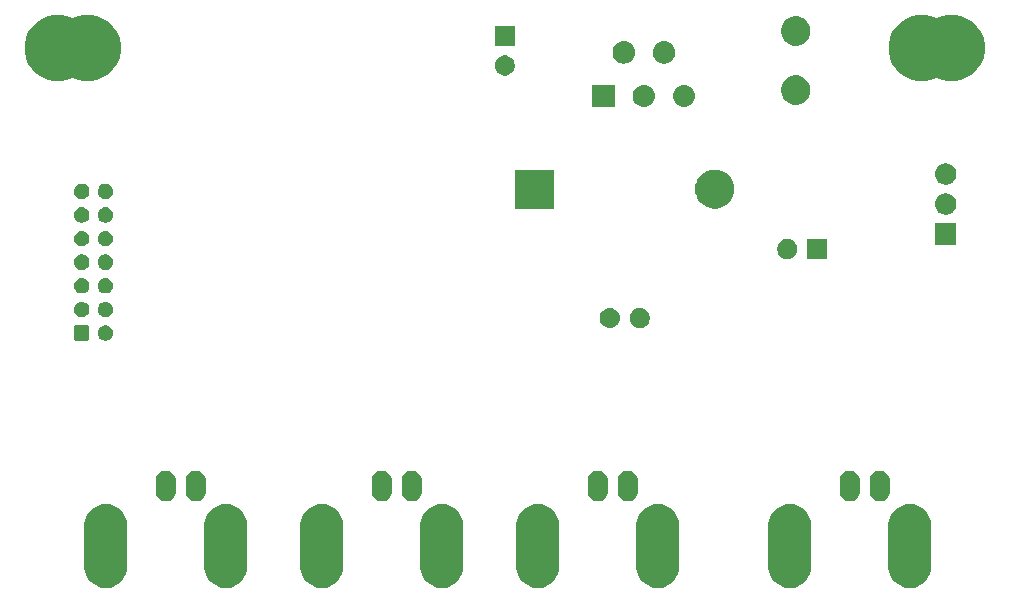
<source format=gbr>
G04 #@! TF.GenerationSoftware,KiCad,Pcbnew,5.0.2-bee76a0~70~ubuntu18.04.1*
G04 #@! TF.CreationDate,2019-03-10T17:41:35+00:00*
G04 #@! TF.ProjectId,Lcr_addon,4c63725f-6164-4646-9f6e-2e6b69636164,rev?*
G04 #@! TF.SameCoordinates,Original*
G04 #@! TF.FileFunction,Soldermask,Bot*
G04 #@! TF.FilePolarity,Negative*
%FSLAX46Y46*%
G04 Gerber Fmt 4.6, Leading zero omitted, Abs format (unit mm)*
G04 Created by KiCad (PCBNEW 5.0.2-bee76a0~70~ubuntu18.04.1) date Sun 10 Mar 2019 17:41:35 GMT*
%MOMM*%
%LPD*%
G01*
G04 APERTURE LIST*
%ADD10C,0.100000*%
G04 APERTURE END LIST*
D10*
G36*
X103477058Y-95027059D02*
X103703385Y-95095714D01*
X103816549Y-95130042D01*
X104129425Y-95297279D01*
X104403661Y-95522339D01*
X104628721Y-95796575D01*
X104795958Y-96109451D01*
X104795958Y-96109452D01*
X104898941Y-96448942D01*
X104925000Y-96713525D01*
X104925000Y-100390475D01*
X104898941Y-100655058D01*
X104830286Y-100881385D01*
X104795958Y-100994549D01*
X104628721Y-101307425D01*
X104403661Y-101581661D01*
X104129425Y-101806721D01*
X103816548Y-101973958D01*
X103703384Y-102008286D01*
X103477057Y-102076941D01*
X103124000Y-102111714D01*
X102770942Y-102076941D01*
X102544615Y-102008286D01*
X102431451Y-101973958D01*
X102118575Y-101806721D01*
X101844339Y-101581661D01*
X101619279Y-101307425D01*
X101452042Y-100994548D01*
X101417714Y-100881384D01*
X101349059Y-100655057D01*
X101323000Y-100390474D01*
X101323001Y-96713525D01*
X101349060Y-96448942D01*
X101452043Y-96109452D01*
X101452043Y-96109451D01*
X101619280Y-95796575D01*
X101844340Y-95522339D01*
X102118576Y-95297279D01*
X102431452Y-95130042D01*
X102544616Y-95095714D01*
X102770943Y-95027059D01*
X103124000Y-94992286D01*
X103477058Y-95027059D01*
X103477058Y-95027059D01*
G37*
G36*
X55725058Y-95027059D02*
X55951385Y-95095714D01*
X56064549Y-95130042D01*
X56377425Y-95297279D01*
X56651661Y-95522339D01*
X56876721Y-95796575D01*
X57043958Y-96109451D01*
X57043958Y-96109452D01*
X57146941Y-96448942D01*
X57173000Y-96713525D01*
X57173000Y-100390475D01*
X57146941Y-100655058D01*
X57078286Y-100881385D01*
X57043958Y-100994549D01*
X56876721Y-101307425D01*
X56651661Y-101581661D01*
X56377425Y-101806721D01*
X56064548Y-101973958D01*
X55951384Y-102008286D01*
X55725057Y-102076941D01*
X55372000Y-102111714D01*
X55018942Y-102076941D01*
X54792615Y-102008286D01*
X54679451Y-101973958D01*
X54366575Y-101806721D01*
X54092339Y-101581661D01*
X53867279Y-101307425D01*
X53700042Y-100994548D01*
X53665714Y-100881384D01*
X53597059Y-100655057D01*
X53571000Y-100390474D01*
X53571001Y-96713525D01*
X53597060Y-96448942D01*
X53700043Y-96109452D01*
X53700043Y-96109451D01*
X53867280Y-95796575D01*
X54092340Y-95522339D01*
X54366576Y-95297279D01*
X54679452Y-95130042D01*
X54792616Y-95095714D01*
X55018943Y-95027059D01*
X55372000Y-94992286D01*
X55725058Y-95027059D01*
X55725058Y-95027059D01*
G37*
G36*
X45565058Y-95027059D02*
X45791385Y-95095714D01*
X45904549Y-95130042D01*
X46217425Y-95297279D01*
X46491661Y-95522339D01*
X46716721Y-95796575D01*
X46883958Y-96109451D01*
X46883958Y-96109452D01*
X46986941Y-96448942D01*
X47013000Y-96713525D01*
X47013000Y-100390475D01*
X46986941Y-100655058D01*
X46918286Y-100881385D01*
X46883958Y-100994549D01*
X46716721Y-101307425D01*
X46491661Y-101581661D01*
X46217425Y-101806721D01*
X45904548Y-101973958D01*
X45791384Y-102008286D01*
X45565057Y-102076941D01*
X45212000Y-102111714D01*
X44858942Y-102076941D01*
X44632615Y-102008286D01*
X44519451Y-101973958D01*
X44206575Y-101806721D01*
X43932339Y-101581661D01*
X43707279Y-101307425D01*
X43540042Y-100994548D01*
X43505714Y-100881384D01*
X43437059Y-100655057D01*
X43411000Y-100390474D01*
X43411001Y-96713525D01*
X43437060Y-96448942D01*
X43540043Y-96109452D01*
X43540043Y-96109451D01*
X43707280Y-95796575D01*
X43932340Y-95522339D01*
X44206576Y-95297279D01*
X44519452Y-95130042D01*
X44632616Y-95095714D01*
X44858943Y-95027059D01*
X45212000Y-94992286D01*
X45565058Y-95027059D01*
X45565058Y-95027059D01*
G37*
G36*
X82141058Y-95027059D02*
X82367385Y-95095714D01*
X82480549Y-95130042D01*
X82793425Y-95297279D01*
X83067661Y-95522339D01*
X83292721Y-95796575D01*
X83459958Y-96109451D01*
X83459958Y-96109452D01*
X83562941Y-96448942D01*
X83589000Y-96713525D01*
X83589000Y-100390475D01*
X83562941Y-100655058D01*
X83494286Y-100881385D01*
X83459958Y-100994549D01*
X83292721Y-101307425D01*
X83067661Y-101581661D01*
X82793425Y-101806721D01*
X82480548Y-101973958D01*
X82367384Y-102008286D01*
X82141057Y-102076941D01*
X81788000Y-102111714D01*
X81434942Y-102076941D01*
X81208615Y-102008286D01*
X81095451Y-101973958D01*
X80782575Y-101806721D01*
X80508339Y-101581661D01*
X80283279Y-101307425D01*
X80116042Y-100994548D01*
X80081714Y-100881384D01*
X80013059Y-100655057D01*
X79987000Y-100390474D01*
X79987001Y-96713525D01*
X80013060Y-96448942D01*
X80116043Y-96109452D01*
X80116043Y-96109451D01*
X80283280Y-95796575D01*
X80508340Y-95522339D01*
X80782576Y-95297279D01*
X81095452Y-95130042D01*
X81208616Y-95095714D01*
X81434943Y-95027059D01*
X81788000Y-94992286D01*
X82141058Y-95027059D01*
X82141058Y-95027059D01*
G37*
G36*
X92301058Y-95027059D02*
X92527385Y-95095714D01*
X92640549Y-95130042D01*
X92953425Y-95297279D01*
X93227661Y-95522339D01*
X93452721Y-95796575D01*
X93619958Y-96109451D01*
X93619958Y-96109452D01*
X93722941Y-96448942D01*
X93749000Y-96713525D01*
X93749000Y-100390475D01*
X93722941Y-100655058D01*
X93654286Y-100881385D01*
X93619958Y-100994549D01*
X93452721Y-101307425D01*
X93227661Y-101581661D01*
X92953425Y-101806721D01*
X92640548Y-101973958D01*
X92527384Y-102008286D01*
X92301057Y-102076941D01*
X91948000Y-102111714D01*
X91594942Y-102076941D01*
X91368615Y-102008286D01*
X91255451Y-101973958D01*
X90942575Y-101806721D01*
X90668339Y-101581661D01*
X90443279Y-101307425D01*
X90276042Y-100994548D01*
X90241714Y-100881384D01*
X90173059Y-100655057D01*
X90147000Y-100390474D01*
X90147001Y-96713525D01*
X90173060Y-96448942D01*
X90276043Y-96109452D01*
X90276043Y-96109451D01*
X90443280Y-95796575D01*
X90668340Y-95522339D01*
X90942576Y-95297279D01*
X91255452Y-95130042D01*
X91368616Y-95095714D01*
X91594943Y-95027059D01*
X91948000Y-94992286D01*
X92301058Y-95027059D01*
X92301058Y-95027059D01*
G37*
G36*
X63853058Y-95027059D02*
X64079385Y-95095714D01*
X64192549Y-95130042D01*
X64505425Y-95297279D01*
X64779661Y-95522339D01*
X65004721Y-95796575D01*
X65171958Y-96109451D01*
X65171958Y-96109452D01*
X65274941Y-96448942D01*
X65301000Y-96713525D01*
X65301000Y-100390475D01*
X65274941Y-100655058D01*
X65206286Y-100881385D01*
X65171958Y-100994549D01*
X65004721Y-101307425D01*
X64779661Y-101581661D01*
X64505425Y-101806721D01*
X64192548Y-101973958D01*
X64079384Y-102008286D01*
X63853057Y-102076941D01*
X63500000Y-102111714D01*
X63146942Y-102076941D01*
X62920615Y-102008286D01*
X62807451Y-101973958D01*
X62494575Y-101806721D01*
X62220339Y-101581661D01*
X61995279Y-101307425D01*
X61828042Y-100994548D01*
X61793714Y-100881384D01*
X61725059Y-100655057D01*
X61699000Y-100390474D01*
X61699001Y-96713525D01*
X61725060Y-96448942D01*
X61828043Y-96109452D01*
X61828043Y-96109451D01*
X61995280Y-95796575D01*
X62220340Y-95522339D01*
X62494576Y-95297279D01*
X62807452Y-95130042D01*
X62920616Y-95095714D01*
X63146943Y-95027059D01*
X63500000Y-94992286D01*
X63853058Y-95027059D01*
X63853058Y-95027059D01*
G37*
G36*
X113637058Y-95027059D02*
X113863385Y-95095714D01*
X113976549Y-95130042D01*
X114289425Y-95297279D01*
X114563661Y-95522339D01*
X114788721Y-95796575D01*
X114955958Y-96109451D01*
X114955958Y-96109452D01*
X115058941Y-96448942D01*
X115085000Y-96713525D01*
X115085000Y-100390475D01*
X115058941Y-100655058D01*
X114990286Y-100881385D01*
X114955958Y-100994549D01*
X114788721Y-101307425D01*
X114563661Y-101581661D01*
X114289425Y-101806721D01*
X113976548Y-101973958D01*
X113863384Y-102008286D01*
X113637057Y-102076941D01*
X113284000Y-102111714D01*
X112930942Y-102076941D01*
X112704615Y-102008286D01*
X112591451Y-101973958D01*
X112278575Y-101806721D01*
X112004339Y-101581661D01*
X111779279Y-101307425D01*
X111612042Y-100994548D01*
X111577714Y-100881384D01*
X111509059Y-100655057D01*
X111483000Y-100390474D01*
X111483001Y-96713525D01*
X111509060Y-96448942D01*
X111612043Y-96109452D01*
X111612043Y-96109451D01*
X111779280Y-95796575D01*
X112004340Y-95522339D01*
X112278576Y-95297279D01*
X112591452Y-95130042D01*
X112704616Y-95095714D01*
X112930943Y-95027059D01*
X113284000Y-94992286D01*
X113637058Y-95027059D01*
X113637058Y-95027059D01*
G37*
G36*
X74013058Y-95027059D02*
X74239385Y-95095714D01*
X74352549Y-95130042D01*
X74665425Y-95297279D01*
X74939661Y-95522339D01*
X75164721Y-95796575D01*
X75331958Y-96109451D01*
X75331958Y-96109452D01*
X75434941Y-96448942D01*
X75461000Y-96713525D01*
X75461000Y-100390475D01*
X75434941Y-100655058D01*
X75366286Y-100881385D01*
X75331958Y-100994549D01*
X75164721Y-101307425D01*
X74939661Y-101581661D01*
X74665425Y-101806721D01*
X74352548Y-101973958D01*
X74239384Y-102008286D01*
X74013057Y-102076941D01*
X73660000Y-102111714D01*
X73306942Y-102076941D01*
X73080615Y-102008286D01*
X72967451Y-101973958D01*
X72654575Y-101806721D01*
X72380339Y-101581661D01*
X72155279Y-101307425D01*
X71988042Y-100994548D01*
X71953714Y-100881384D01*
X71885059Y-100655057D01*
X71859000Y-100390474D01*
X71859001Y-96713525D01*
X71885060Y-96448942D01*
X71988043Y-96109452D01*
X71988043Y-96109451D01*
X72155280Y-95796575D01*
X72380340Y-95522339D01*
X72654576Y-95297279D01*
X72967452Y-95130042D01*
X73080616Y-95095714D01*
X73306943Y-95027059D01*
X73660000Y-94992286D01*
X74013058Y-95027059D01*
X74013058Y-95027059D01*
G37*
G36*
X71286821Y-92183313D02*
X71286824Y-92183314D01*
X71286825Y-92183314D01*
X71447239Y-92231975D01*
X71447241Y-92231976D01*
X71447244Y-92231977D01*
X71595078Y-92310995D01*
X71724659Y-92417341D01*
X71831005Y-92546922D01*
X71910023Y-92694756D01*
X71958687Y-92855179D01*
X71971000Y-92980197D01*
X71971000Y-93963804D01*
X71958687Y-94088821D01*
X71910023Y-94249244D01*
X71831005Y-94397078D01*
X71724659Y-94526659D01*
X71595078Y-94633005D01*
X71447243Y-94712023D01*
X71447240Y-94712024D01*
X71447238Y-94712025D01*
X71286824Y-94760686D01*
X71286823Y-94760686D01*
X71286820Y-94760687D01*
X71120000Y-94777117D01*
X70953179Y-94760687D01*
X70953176Y-94760686D01*
X70953175Y-94760686D01*
X70792761Y-94712025D01*
X70792759Y-94712024D01*
X70792756Y-94712023D01*
X70644922Y-94633005D01*
X70515341Y-94526659D01*
X70408995Y-94397078D01*
X70329977Y-94249243D01*
X70281315Y-94088825D01*
X70281314Y-94088824D01*
X70281314Y-94088823D01*
X70281313Y-94088820D01*
X70269000Y-93963803D01*
X70269000Y-92980197D01*
X70281314Y-92855179D01*
X70329978Y-92694756D01*
X70408996Y-92546922D01*
X70515342Y-92417341D01*
X70644923Y-92310995D01*
X70792757Y-92231977D01*
X70792760Y-92231976D01*
X70792762Y-92231975D01*
X70953176Y-92183314D01*
X70953177Y-92183314D01*
X70953180Y-92183313D01*
X71120000Y-92166883D01*
X71286821Y-92183313D01*
X71286821Y-92183313D01*
G37*
G36*
X68746821Y-92183313D02*
X68746824Y-92183314D01*
X68746825Y-92183314D01*
X68907239Y-92231975D01*
X68907241Y-92231976D01*
X68907244Y-92231977D01*
X69055078Y-92310995D01*
X69184659Y-92417341D01*
X69291005Y-92546922D01*
X69370023Y-92694756D01*
X69418687Y-92855179D01*
X69431000Y-92980197D01*
X69431000Y-93963804D01*
X69418687Y-94088821D01*
X69370023Y-94249244D01*
X69291005Y-94397078D01*
X69184659Y-94526659D01*
X69055078Y-94633005D01*
X68907243Y-94712023D01*
X68907240Y-94712024D01*
X68907238Y-94712025D01*
X68746824Y-94760686D01*
X68746823Y-94760686D01*
X68746820Y-94760687D01*
X68580000Y-94777117D01*
X68413179Y-94760687D01*
X68413176Y-94760686D01*
X68413175Y-94760686D01*
X68252761Y-94712025D01*
X68252759Y-94712024D01*
X68252756Y-94712023D01*
X68104922Y-94633005D01*
X67975341Y-94526659D01*
X67868995Y-94397078D01*
X67789977Y-94249243D01*
X67741315Y-94088825D01*
X67741314Y-94088824D01*
X67741314Y-94088823D01*
X67741313Y-94088820D01*
X67729000Y-93963803D01*
X67729000Y-92980197D01*
X67741314Y-92855179D01*
X67789978Y-92694756D01*
X67868996Y-92546922D01*
X67975342Y-92417341D01*
X68104923Y-92310995D01*
X68252757Y-92231977D01*
X68252760Y-92231976D01*
X68252762Y-92231975D01*
X68413176Y-92183314D01*
X68413177Y-92183314D01*
X68413180Y-92183313D01*
X68580000Y-92166883D01*
X68746821Y-92183313D01*
X68746821Y-92183313D01*
G37*
G36*
X87034821Y-92183313D02*
X87034824Y-92183314D01*
X87034825Y-92183314D01*
X87195239Y-92231975D01*
X87195241Y-92231976D01*
X87195244Y-92231977D01*
X87343078Y-92310995D01*
X87472659Y-92417341D01*
X87579005Y-92546922D01*
X87658023Y-92694756D01*
X87706687Y-92855179D01*
X87719000Y-92980197D01*
X87719000Y-93963804D01*
X87706687Y-94088821D01*
X87658023Y-94249244D01*
X87579005Y-94397078D01*
X87472659Y-94526659D01*
X87343078Y-94633005D01*
X87195243Y-94712023D01*
X87195240Y-94712024D01*
X87195238Y-94712025D01*
X87034824Y-94760686D01*
X87034823Y-94760686D01*
X87034820Y-94760687D01*
X86868000Y-94777117D01*
X86701179Y-94760687D01*
X86701176Y-94760686D01*
X86701175Y-94760686D01*
X86540761Y-94712025D01*
X86540759Y-94712024D01*
X86540756Y-94712023D01*
X86392922Y-94633005D01*
X86263341Y-94526659D01*
X86156995Y-94397078D01*
X86077977Y-94249243D01*
X86029315Y-94088825D01*
X86029314Y-94088824D01*
X86029314Y-94088823D01*
X86029313Y-94088820D01*
X86017000Y-93963803D01*
X86017000Y-92980197D01*
X86029314Y-92855179D01*
X86077978Y-92694756D01*
X86156996Y-92546922D01*
X86263342Y-92417341D01*
X86392923Y-92310995D01*
X86540757Y-92231977D01*
X86540760Y-92231976D01*
X86540762Y-92231975D01*
X86701176Y-92183314D01*
X86701177Y-92183314D01*
X86701180Y-92183313D01*
X86868000Y-92166883D01*
X87034821Y-92183313D01*
X87034821Y-92183313D01*
G37*
G36*
X89574821Y-92183313D02*
X89574824Y-92183314D01*
X89574825Y-92183314D01*
X89735239Y-92231975D01*
X89735241Y-92231976D01*
X89735244Y-92231977D01*
X89883078Y-92310995D01*
X90012659Y-92417341D01*
X90119005Y-92546922D01*
X90198023Y-92694756D01*
X90246687Y-92855179D01*
X90259000Y-92980197D01*
X90259000Y-93963804D01*
X90246687Y-94088821D01*
X90198023Y-94249244D01*
X90119005Y-94397078D01*
X90012659Y-94526659D01*
X89883078Y-94633005D01*
X89735243Y-94712023D01*
X89735240Y-94712024D01*
X89735238Y-94712025D01*
X89574824Y-94760686D01*
X89574823Y-94760686D01*
X89574820Y-94760687D01*
X89408000Y-94777117D01*
X89241179Y-94760687D01*
X89241176Y-94760686D01*
X89241175Y-94760686D01*
X89080761Y-94712025D01*
X89080759Y-94712024D01*
X89080756Y-94712023D01*
X88932922Y-94633005D01*
X88803341Y-94526659D01*
X88696995Y-94397078D01*
X88617977Y-94249243D01*
X88569315Y-94088825D01*
X88569314Y-94088824D01*
X88569314Y-94088823D01*
X88569313Y-94088820D01*
X88557000Y-93963803D01*
X88557000Y-92980197D01*
X88569314Y-92855179D01*
X88617978Y-92694756D01*
X88696996Y-92546922D01*
X88803342Y-92417341D01*
X88932923Y-92310995D01*
X89080757Y-92231977D01*
X89080760Y-92231976D01*
X89080762Y-92231975D01*
X89241176Y-92183314D01*
X89241177Y-92183314D01*
X89241180Y-92183313D01*
X89408000Y-92166883D01*
X89574821Y-92183313D01*
X89574821Y-92183313D01*
G37*
G36*
X50458821Y-92183313D02*
X50458824Y-92183314D01*
X50458825Y-92183314D01*
X50619239Y-92231975D01*
X50619241Y-92231976D01*
X50619244Y-92231977D01*
X50767078Y-92310995D01*
X50896659Y-92417341D01*
X51003005Y-92546922D01*
X51082023Y-92694756D01*
X51130687Y-92855179D01*
X51143000Y-92980197D01*
X51143000Y-93963804D01*
X51130687Y-94088821D01*
X51082023Y-94249244D01*
X51003005Y-94397078D01*
X50896659Y-94526659D01*
X50767078Y-94633005D01*
X50619243Y-94712023D01*
X50619240Y-94712024D01*
X50619238Y-94712025D01*
X50458824Y-94760686D01*
X50458823Y-94760686D01*
X50458820Y-94760687D01*
X50292000Y-94777117D01*
X50125179Y-94760687D01*
X50125176Y-94760686D01*
X50125175Y-94760686D01*
X49964761Y-94712025D01*
X49964759Y-94712024D01*
X49964756Y-94712023D01*
X49816922Y-94633005D01*
X49687341Y-94526659D01*
X49580995Y-94397078D01*
X49501977Y-94249243D01*
X49453315Y-94088825D01*
X49453314Y-94088824D01*
X49453314Y-94088823D01*
X49453313Y-94088820D01*
X49441000Y-93963803D01*
X49441000Y-92980197D01*
X49453314Y-92855179D01*
X49501978Y-92694756D01*
X49580996Y-92546922D01*
X49687342Y-92417341D01*
X49816923Y-92310995D01*
X49964757Y-92231977D01*
X49964760Y-92231976D01*
X49964762Y-92231975D01*
X50125176Y-92183314D01*
X50125177Y-92183314D01*
X50125180Y-92183313D01*
X50292000Y-92166883D01*
X50458821Y-92183313D01*
X50458821Y-92183313D01*
G37*
G36*
X52998821Y-92183313D02*
X52998824Y-92183314D01*
X52998825Y-92183314D01*
X53159239Y-92231975D01*
X53159241Y-92231976D01*
X53159244Y-92231977D01*
X53307078Y-92310995D01*
X53436659Y-92417341D01*
X53543005Y-92546922D01*
X53622023Y-92694756D01*
X53670687Y-92855179D01*
X53683000Y-92980197D01*
X53683000Y-93963804D01*
X53670687Y-94088821D01*
X53622023Y-94249244D01*
X53543005Y-94397078D01*
X53436659Y-94526659D01*
X53307078Y-94633005D01*
X53159243Y-94712023D01*
X53159240Y-94712024D01*
X53159238Y-94712025D01*
X52998824Y-94760686D01*
X52998823Y-94760686D01*
X52998820Y-94760687D01*
X52832000Y-94777117D01*
X52665179Y-94760687D01*
X52665176Y-94760686D01*
X52665175Y-94760686D01*
X52504761Y-94712025D01*
X52504759Y-94712024D01*
X52504756Y-94712023D01*
X52356922Y-94633005D01*
X52227341Y-94526659D01*
X52120995Y-94397078D01*
X52041977Y-94249243D01*
X51993315Y-94088825D01*
X51993314Y-94088824D01*
X51993314Y-94088823D01*
X51993313Y-94088820D01*
X51981000Y-93963803D01*
X51981000Y-92980197D01*
X51993314Y-92855179D01*
X52041978Y-92694756D01*
X52120996Y-92546922D01*
X52227342Y-92417341D01*
X52356923Y-92310995D01*
X52504757Y-92231977D01*
X52504760Y-92231976D01*
X52504762Y-92231975D01*
X52665176Y-92183314D01*
X52665177Y-92183314D01*
X52665180Y-92183313D01*
X52832000Y-92166883D01*
X52998821Y-92183313D01*
X52998821Y-92183313D01*
G37*
G36*
X108370821Y-92183313D02*
X108370824Y-92183314D01*
X108370825Y-92183314D01*
X108531239Y-92231975D01*
X108531241Y-92231976D01*
X108531244Y-92231977D01*
X108679078Y-92310995D01*
X108808659Y-92417341D01*
X108915005Y-92546922D01*
X108994023Y-92694756D01*
X109042687Y-92855179D01*
X109055000Y-92980197D01*
X109055000Y-93963804D01*
X109042687Y-94088821D01*
X108994023Y-94249244D01*
X108915005Y-94397078D01*
X108808659Y-94526659D01*
X108679078Y-94633005D01*
X108531243Y-94712023D01*
X108531240Y-94712024D01*
X108531238Y-94712025D01*
X108370824Y-94760686D01*
X108370823Y-94760686D01*
X108370820Y-94760687D01*
X108204000Y-94777117D01*
X108037179Y-94760687D01*
X108037176Y-94760686D01*
X108037175Y-94760686D01*
X107876761Y-94712025D01*
X107876759Y-94712024D01*
X107876756Y-94712023D01*
X107728922Y-94633005D01*
X107599341Y-94526659D01*
X107492995Y-94397078D01*
X107413977Y-94249243D01*
X107365315Y-94088825D01*
X107365314Y-94088824D01*
X107365314Y-94088823D01*
X107365313Y-94088820D01*
X107353000Y-93963803D01*
X107353000Y-92980197D01*
X107365314Y-92855179D01*
X107413978Y-92694756D01*
X107492996Y-92546922D01*
X107599342Y-92417341D01*
X107728923Y-92310995D01*
X107876757Y-92231977D01*
X107876760Y-92231976D01*
X107876762Y-92231975D01*
X108037176Y-92183314D01*
X108037177Y-92183314D01*
X108037180Y-92183313D01*
X108204000Y-92166883D01*
X108370821Y-92183313D01*
X108370821Y-92183313D01*
G37*
G36*
X110910821Y-92183313D02*
X110910824Y-92183314D01*
X110910825Y-92183314D01*
X111071239Y-92231975D01*
X111071241Y-92231976D01*
X111071244Y-92231977D01*
X111219078Y-92310995D01*
X111348659Y-92417341D01*
X111455005Y-92546922D01*
X111534023Y-92694756D01*
X111582687Y-92855179D01*
X111595000Y-92980197D01*
X111595000Y-93963804D01*
X111582687Y-94088821D01*
X111534023Y-94249244D01*
X111455005Y-94397078D01*
X111348659Y-94526659D01*
X111219078Y-94633005D01*
X111071243Y-94712023D01*
X111071240Y-94712024D01*
X111071238Y-94712025D01*
X110910824Y-94760686D01*
X110910823Y-94760686D01*
X110910820Y-94760687D01*
X110744000Y-94777117D01*
X110577179Y-94760687D01*
X110577176Y-94760686D01*
X110577175Y-94760686D01*
X110416761Y-94712025D01*
X110416759Y-94712024D01*
X110416756Y-94712023D01*
X110268922Y-94633005D01*
X110139341Y-94526659D01*
X110032995Y-94397078D01*
X109953977Y-94249243D01*
X109905315Y-94088825D01*
X109905314Y-94088824D01*
X109905314Y-94088823D01*
X109905313Y-94088820D01*
X109893000Y-93963803D01*
X109893000Y-92980197D01*
X109905314Y-92855179D01*
X109953978Y-92694756D01*
X110032996Y-92546922D01*
X110139342Y-92417341D01*
X110268923Y-92310995D01*
X110416757Y-92231977D01*
X110416760Y-92231976D01*
X110416762Y-92231975D01*
X110577176Y-92183314D01*
X110577177Y-92183314D01*
X110577180Y-92183313D01*
X110744000Y-92166883D01*
X110910821Y-92183313D01*
X110910821Y-92183313D01*
G37*
G36*
X45369890Y-79892017D02*
X45488361Y-79941089D01*
X45488364Y-79941091D01*
X45579741Y-80002147D01*
X45594992Y-80012338D01*
X45685662Y-80103008D01*
X45685664Y-80103011D01*
X45685665Y-80103012D01*
X45756909Y-80209636D01*
X45756911Y-80209639D01*
X45805983Y-80328110D01*
X45831000Y-80453881D01*
X45831000Y-80582119D01*
X45805983Y-80707890D01*
X45756911Y-80826361D01*
X45756909Y-80826364D01*
X45709210Y-80897751D01*
X45685662Y-80932992D01*
X45594992Y-81023662D01*
X45488361Y-81094911D01*
X45369890Y-81143983D01*
X45244119Y-81169000D01*
X45115881Y-81169000D01*
X44990110Y-81143983D01*
X44871639Y-81094911D01*
X44765008Y-81023662D01*
X44674338Y-80932992D01*
X44650791Y-80897751D01*
X44603091Y-80826364D01*
X44603089Y-80826361D01*
X44554017Y-80707890D01*
X44529000Y-80582119D01*
X44529000Y-80453881D01*
X44554017Y-80328110D01*
X44603089Y-80209639D01*
X44603091Y-80209636D01*
X44674335Y-80103012D01*
X44674336Y-80103011D01*
X44674338Y-80103008D01*
X44765008Y-80012338D01*
X44780260Y-80002147D01*
X44871636Y-79941091D01*
X44871639Y-79941089D01*
X44990110Y-79892017D01*
X45115881Y-79867000D01*
X45244119Y-79867000D01*
X45369890Y-79892017D01*
X45369890Y-79892017D01*
G37*
G36*
X43671242Y-79871404D02*
X43708339Y-79882657D01*
X43742520Y-79900927D01*
X43772482Y-79925518D01*
X43797073Y-79955480D01*
X43815343Y-79989661D01*
X43826596Y-80026758D01*
X43831000Y-80071473D01*
X43831000Y-80964527D01*
X43826596Y-81009242D01*
X43815343Y-81046339D01*
X43797073Y-81080520D01*
X43772482Y-81110482D01*
X43742520Y-81135073D01*
X43708339Y-81153343D01*
X43671242Y-81164596D01*
X43626527Y-81169000D01*
X42733473Y-81169000D01*
X42688758Y-81164596D01*
X42651661Y-81153343D01*
X42617480Y-81135073D01*
X42587518Y-81110482D01*
X42562927Y-81080520D01*
X42544657Y-81046339D01*
X42533404Y-81009242D01*
X42529000Y-80964527D01*
X42529000Y-80071473D01*
X42533404Y-80026758D01*
X42544657Y-79989661D01*
X42562927Y-79955480D01*
X42587518Y-79925518D01*
X42617480Y-79900927D01*
X42651661Y-79882657D01*
X42688758Y-79871404D01*
X42733473Y-79867000D01*
X43626527Y-79867000D01*
X43671242Y-79871404D01*
X43671242Y-79871404D01*
G37*
G36*
X90672228Y-78429703D02*
X90827100Y-78493853D01*
X90966481Y-78586985D01*
X91085015Y-78705519D01*
X91178147Y-78844900D01*
X91242297Y-78999772D01*
X91275000Y-79164184D01*
X91275000Y-79331816D01*
X91242297Y-79496228D01*
X91178147Y-79651100D01*
X91085015Y-79790481D01*
X90966481Y-79909015D01*
X90827100Y-80002147D01*
X90672228Y-80066297D01*
X90507816Y-80099000D01*
X90340184Y-80099000D01*
X90175772Y-80066297D01*
X90020900Y-80002147D01*
X89881519Y-79909015D01*
X89762985Y-79790481D01*
X89669853Y-79651100D01*
X89605703Y-79496228D01*
X89573000Y-79331816D01*
X89573000Y-79164184D01*
X89605703Y-78999772D01*
X89669853Y-78844900D01*
X89762985Y-78705519D01*
X89881519Y-78586985D01*
X90020900Y-78493853D01*
X90175772Y-78429703D01*
X90340184Y-78397000D01*
X90507816Y-78397000D01*
X90672228Y-78429703D01*
X90672228Y-78429703D01*
G37*
G36*
X88050821Y-78409313D02*
X88050824Y-78409314D01*
X88050825Y-78409314D01*
X88211239Y-78457975D01*
X88211241Y-78457976D01*
X88211244Y-78457977D01*
X88359078Y-78536995D01*
X88488659Y-78643341D01*
X88595005Y-78772922D01*
X88674023Y-78920756D01*
X88674024Y-78920759D01*
X88674025Y-78920761D01*
X88722686Y-79081175D01*
X88722687Y-79081179D01*
X88739117Y-79248000D01*
X88722687Y-79414821D01*
X88722686Y-79414824D01*
X88722686Y-79414825D01*
X88697993Y-79496228D01*
X88674023Y-79575244D01*
X88595005Y-79723078D01*
X88488659Y-79852659D01*
X88359078Y-79959005D01*
X88211244Y-80038023D01*
X88211241Y-80038024D01*
X88211239Y-80038025D01*
X88050825Y-80086686D01*
X88050824Y-80086686D01*
X88050821Y-80086687D01*
X87925804Y-80099000D01*
X87842196Y-80099000D01*
X87717179Y-80086687D01*
X87717176Y-80086686D01*
X87717175Y-80086686D01*
X87556761Y-80038025D01*
X87556759Y-80038024D01*
X87556756Y-80038023D01*
X87408922Y-79959005D01*
X87279341Y-79852659D01*
X87172995Y-79723078D01*
X87093977Y-79575244D01*
X87070008Y-79496228D01*
X87045314Y-79414825D01*
X87045314Y-79414824D01*
X87045313Y-79414821D01*
X87028883Y-79248000D01*
X87045313Y-79081179D01*
X87045314Y-79081175D01*
X87093975Y-78920761D01*
X87093976Y-78920759D01*
X87093977Y-78920756D01*
X87172995Y-78772922D01*
X87279341Y-78643341D01*
X87408922Y-78536995D01*
X87556756Y-78457977D01*
X87556759Y-78457976D01*
X87556761Y-78457975D01*
X87717175Y-78409314D01*
X87717176Y-78409314D01*
X87717179Y-78409313D01*
X87842196Y-78397000D01*
X87925804Y-78397000D01*
X88050821Y-78409313D01*
X88050821Y-78409313D01*
G37*
G36*
X45369890Y-77892017D02*
X45488361Y-77941089D01*
X45594992Y-78012338D01*
X45685662Y-78103008D01*
X45756911Y-78209639D01*
X45805983Y-78328110D01*
X45831000Y-78453881D01*
X45831000Y-78582119D01*
X45805983Y-78707890D01*
X45756911Y-78826361D01*
X45685662Y-78932992D01*
X45594992Y-79023662D01*
X45488361Y-79094911D01*
X45369890Y-79143983D01*
X45244119Y-79169000D01*
X45115881Y-79169000D01*
X44990110Y-79143983D01*
X44871639Y-79094911D01*
X44765008Y-79023662D01*
X44674338Y-78932992D01*
X44603089Y-78826361D01*
X44554017Y-78707890D01*
X44529000Y-78582119D01*
X44529000Y-78453881D01*
X44554017Y-78328110D01*
X44603089Y-78209639D01*
X44674338Y-78103008D01*
X44765008Y-78012338D01*
X44871639Y-77941089D01*
X44990110Y-77892017D01*
X45115881Y-77867000D01*
X45244119Y-77867000D01*
X45369890Y-77892017D01*
X45369890Y-77892017D01*
G37*
G36*
X43369890Y-77892017D02*
X43488361Y-77941089D01*
X43594992Y-78012338D01*
X43685662Y-78103008D01*
X43756911Y-78209639D01*
X43805983Y-78328110D01*
X43831000Y-78453881D01*
X43831000Y-78582119D01*
X43805983Y-78707890D01*
X43756911Y-78826361D01*
X43685662Y-78932992D01*
X43594992Y-79023662D01*
X43488361Y-79094911D01*
X43369890Y-79143983D01*
X43244119Y-79169000D01*
X43115881Y-79169000D01*
X42990110Y-79143983D01*
X42871639Y-79094911D01*
X42765008Y-79023662D01*
X42674338Y-78932992D01*
X42603089Y-78826361D01*
X42554017Y-78707890D01*
X42529000Y-78582119D01*
X42529000Y-78453881D01*
X42554017Y-78328110D01*
X42603089Y-78209639D01*
X42674338Y-78103008D01*
X42765008Y-78012338D01*
X42871639Y-77941089D01*
X42990110Y-77892017D01*
X43115881Y-77867000D01*
X43244119Y-77867000D01*
X43369890Y-77892017D01*
X43369890Y-77892017D01*
G37*
G36*
X43369890Y-75892017D02*
X43488361Y-75941089D01*
X43594992Y-76012338D01*
X43685662Y-76103008D01*
X43756911Y-76209639D01*
X43805983Y-76328110D01*
X43831000Y-76453881D01*
X43831000Y-76582119D01*
X43805983Y-76707890D01*
X43756911Y-76826361D01*
X43685662Y-76932992D01*
X43594992Y-77023662D01*
X43488361Y-77094911D01*
X43369890Y-77143983D01*
X43244119Y-77169000D01*
X43115881Y-77169000D01*
X42990110Y-77143983D01*
X42871639Y-77094911D01*
X42765008Y-77023662D01*
X42674338Y-76932992D01*
X42603089Y-76826361D01*
X42554017Y-76707890D01*
X42529000Y-76582119D01*
X42529000Y-76453881D01*
X42554017Y-76328110D01*
X42603089Y-76209639D01*
X42674338Y-76103008D01*
X42765008Y-76012338D01*
X42871639Y-75941089D01*
X42990110Y-75892017D01*
X43115881Y-75867000D01*
X43244119Y-75867000D01*
X43369890Y-75892017D01*
X43369890Y-75892017D01*
G37*
G36*
X45369890Y-75892017D02*
X45488361Y-75941089D01*
X45594992Y-76012338D01*
X45685662Y-76103008D01*
X45756911Y-76209639D01*
X45805983Y-76328110D01*
X45831000Y-76453881D01*
X45831000Y-76582119D01*
X45805983Y-76707890D01*
X45756911Y-76826361D01*
X45685662Y-76932992D01*
X45594992Y-77023662D01*
X45488361Y-77094911D01*
X45369890Y-77143983D01*
X45244119Y-77169000D01*
X45115881Y-77169000D01*
X44990110Y-77143983D01*
X44871639Y-77094911D01*
X44765008Y-77023662D01*
X44674338Y-76932992D01*
X44603089Y-76826361D01*
X44554017Y-76707890D01*
X44529000Y-76582119D01*
X44529000Y-76453881D01*
X44554017Y-76328110D01*
X44603089Y-76209639D01*
X44674338Y-76103008D01*
X44765008Y-76012338D01*
X44871639Y-75941089D01*
X44990110Y-75892017D01*
X45115881Y-75867000D01*
X45244119Y-75867000D01*
X45369890Y-75892017D01*
X45369890Y-75892017D01*
G37*
G36*
X45369890Y-73892017D02*
X45488361Y-73941089D01*
X45594992Y-74012338D01*
X45685662Y-74103008D01*
X45756911Y-74209639D01*
X45805983Y-74328110D01*
X45831000Y-74453881D01*
X45831000Y-74582119D01*
X45805983Y-74707890D01*
X45756911Y-74826361D01*
X45685662Y-74932992D01*
X45594992Y-75023662D01*
X45488361Y-75094911D01*
X45369890Y-75143983D01*
X45244119Y-75169000D01*
X45115881Y-75169000D01*
X44990110Y-75143983D01*
X44871639Y-75094911D01*
X44765008Y-75023662D01*
X44674338Y-74932992D01*
X44603089Y-74826361D01*
X44554017Y-74707890D01*
X44529000Y-74582119D01*
X44529000Y-74453881D01*
X44554017Y-74328110D01*
X44603089Y-74209639D01*
X44674338Y-74103008D01*
X44765008Y-74012338D01*
X44871639Y-73941089D01*
X44990110Y-73892017D01*
X45115881Y-73867000D01*
X45244119Y-73867000D01*
X45369890Y-73892017D01*
X45369890Y-73892017D01*
G37*
G36*
X43369890Y-73892017D02*
X43488361Y-73941089D01*
X43594992Y-74012338D01*
X43685662Y-74103008D01*
X43756911Y-74209639D01*
X43805983Y-74328110D01*
X43831000Y-74453881D01*
X43831000Y-74582119D01*
X43805983Y-74707890D01*
X43756911Y-74826361D01*
X43685662Y-74932992D01*
X43594992Y-75023662D01*
X43488361Y-75094911D01*
X43369890Y-75143983D01*
X43244119Y-75169000D01*
X43115881Y-75169000D01*
X42990110Y-75143983D01*
X42871639Y-75094911D01*
X42765008Y-75023662D01*
X42674338Y-74932992D01*
X42603089Y-74826361D01*
X42554017Y-74707890D01*
X42529000Y-74582119D01*
X42529000Y-74453881D01*
X42554017Y-74328110D01*
X42603089Y-74209639D01*
X42674338Y-74103008D01*
X42765008Y-74012338D01*
X42871639Y-73941089D01*
X42990110Y-73892017D01*
X43115881Y-73867000D01*
X43244119Y-73867000D01*
X43369890Y-73892017D01*
X43369890Y-73892017D01*
G37*
G36*
X103158228Y-72587703D02*
X103313100Y-72651853D01*
X103452481Y-72744985D01*
X103571015Y-72863519D01*
X103664147Y-73002900D01*
X103728297Y-73157772D01*
X103761000Y-73322184D01*
X103761000Y-73489816D01*
X103728297Y-73654228D01*
X103664147Y-73809100D01*
X103571015Y-73948481D01*
X103452481Y-74067015D01*
X103313100Y-74160147D01*
X103158228Y-74224297D01*
X102993816Y-74257000D01*
X102826184Y-74257000D01*
X102661772Y-74224297D01*
X102506900Y-74160147D01*
X102367519Y-74067015D01*
X102248985Y-73948481D01*
X102155853Y-73809100D01*
X102091703Y-73654228D01*
X102059000Y-73489816D01*
X102059000Y-73322184D01*
X102091703Y-73157772D01*
X102155853Y-73002900D01*
X102248985Y-72863519D01*
X102367519Y-72744985D01*
X102506900Y-72651853D01*
X102661772Y-72587703D01*
X102826184Y-72555000D01*
X102993816Y-72555000D01*
X103158228Y-72587703D01*
X103158228Y-72587703D01*
G37*
G36*
X106261000Y-74257000D02*
X104559000Y-74257000D01*
X104559000Y-72555000D01*
X106261000Y-72555000D01*
X106261000Y-74257000D01*
X106261000Y-74257000D01*
G37*
G36*
X43369890Y-71892017D02*
X43488361Y-71941089D01*
X43594992Y-72012338D01*
X43685662Y-72103008D01*
X43756911Y-72209639D01*
X43805983Y-72328110D01*
X43831000Y-72453881D01*
X43831000Y-72582119D01*
X43805983Y-72707890D01*
X43756911Y-72826361D01*
X43685662Y-72932992D01*
X43594992Y-73023662D01*
X43594989Y-73023664D01*
X43594988Y-73023665D01*
X43488364Y-73094909D01*
X43488361Y-73094911D01*
X43369890Y-73143983D01*
X43244119Y-73169000D01*
X43115881Y-73169000D01*
X42990110Y-73143983D01*
X42871639Y-73094911D01*
X42871636Y-73094909D01*
X42765012Y-73023665D01*
X42765011Y-73023664D01*
X42765008Y-73023662D01*
X42674338Y-72932992D01*
X42603089Y-72826361D01*
X42554017Y-72707890D01*
X42529000Y-72582119D01*
X42529000Y-72453881D01*
X42554017Y-72328110D01*
X42603089Y-72209639D01*
X42674338Y-72103008D01*
X42765008Y-72012338D01*
X42871639Y-71941089D01*
X42990110Y-71892017D01*
X43115881Y-71867000D01*
X43244119Y-71867000D01*
X43369890Y-71892017D01*
X43369890Y-71892017D01*
G37*
G36*
X45369890Y-71892017D02*
X45488361Y-71941089D01*
X45594992Y-72012338D01*
X45685662Y-72103008D01*
X45756911Y-72209639D01*
X45805983Y-72328110D01*
X45831000Y-72453881D01*
X45831000Y-72582119D01*
X45805983Y-72707890D01*
X45756911Y-72826361D01*
X45685662Y-72932992D01*
X45594992Y-73023662D01*
X45594989Y-73023664D01*
X45594988Y-73023665D01*
X45488364Y-73094909D01*
X45488361Y-73094911D01*
X45369890Y-73143983D01*
X45244119Y-73169000D01*
X45115881Y-73169000D01*
X44990110Y-73143983D01*
X44871639Y-73094911D01*
X44871636Y-73094909D01*
X44765012Y-73023665D01*
X44765011Y-73023664D01*
X44765008Y-73023662D01*
X44674338Y-72932992D01*
X44603089Y-72826361D01*
X44554017Y-72707890D01*
X44529000Y-72582119D01*
X44529000Y-72453881D01*
X44554017Y-72328110D01*
X44603089Y-72209639D01*
X44674338Y-72103008D01*
X44765008Y-72012338D01*
X44871639Y-71941089D01*
X44990110Y-71892017D01*
X45115881Y-71867000D01*
X45244119Y-71867000D01*
X45369890Y-71892017D01*
X45369890Y-71892017D01*
G37*
G36*
X117233000Y-73037000D02*
X115431000Y-73037000D01*
X115431000Y-71235000D01*
X117233000Y-71235000D01*
X117233000Y-73037000D01*
X117233000Y-73037000D01*
G37*
G36*
X43369890Y-69892017D02*
X43488361Y-69941089D01*
X43488364Y-69941091D01*
X43542106Y-69977000D01*
X43594992Y-70012338D01*
X43685662Y-70103008D01*
X43756911Y-70209639D01*
X43805983Y-70328110D01*
X43831000Y-70453881D01*
X43831000Y-70582119D01*
X43805983Y-70707890D01*
X43756911Y-70826361D01*
X43685662Y-70932992D01*
X43594992Y-71023662D01*
X43488361Y-71094911D01*
X43369890Y-71143983D01*
X43244119Y-71169000D01*
X43115881Y-71169000D01*
X42990110Y-71143983D01*
X42871639Y-71094911D01*
X42765008Y-71023662D01*
X42674338Y-70932992D01*
X42603089Y-70826361D01*
X42554017Y-70707890D01*
X42529000Y-70582119D01*
X42529000Y-70453881D01*
X42554017Y-70328110D01*
X42603089Y-70209639D01*
X42674338Y-70103008D01*
X42765008Y-70012338D01*
X42817895Y-69977000D01*
X42871636Y-69941091D01*
X42871639Y-69941089D01*
X42990110Y-69892017D01*
X43115881Y-69867000D01*
X43244119Y-69867000D01*
X43369890Y-69892017D01*
X43369890Y-69892017D01*
G37*
G36*
X45369890Y-69892017D02*
X45488361Y-69941089D01*
X45488364Y-69941091D01*
X45542106Y-69977000D01*
X45594992Y-70012338D01*
X45685662Y-70103008D01*
X45756911Y-70209639D01*
X45805983Y-70328110D01*
X45831000Y-70453881D01*
X45831000Y-70582119D01*
X45805983Y-70707890D01*
X45756911Y-70826361D01*
X45685662Y-70932992D01*
X45594992Y-71023662D01*
X45488361Y-71094911D01*
X45369890Y-71143983D01*
X45244119Y-71169000D01*
X45115881Y-71169000D01*
X44990110Y-71143983D01*
X44871639Y-71094911D01*
X44765008Y-71023662D01*
X44674338Y-70932992D01*
X44603089Y-70826361D01*
X44554017Y-70707890D01*
X44529000Y-70582119D01*
X44529000Y-70453881D01*
X44554017Y-70328110D01*
X44603089Y-70209639D01*
X44674338Y-70103008D01*
X44765008Y-70012338D01*
X44817895Y-69977000D01*
X44871636Y-69941091D01*
X44871639Y-69941089D01*
X44990110Y-69892017D01*
X45115881Y-69867000D01*
X45244119Y-69867000D01*
X45369890Y-69892017D01*
X45369890Y-69892017D01*
G37*
G36*
X116442443Y-68701519D02*
X116508627Y-68708037D01*
X116621853Y-68742384D01*
X116678467Y-68759557D01*
X116803447Y-68826361D01*
X116834991Y-68843222D01*
X116870729Y-68872552D01*
X116972186Y-68955814D01*
X117055448Y-69057271D01*
X117084778Y-69093009D01*
X117084779Y-69093011D01*
X117168443Y-69249533D01*
X117168443Y-69249534D01*
X117219963Y-69419373D01*
X117237359Y-69596000D01*
X117219963Y-69772627D01*
X117193851Y-69858706D01*
X117168443Y-69942467D01*
X117094348Y-70081087D01*
X117084778Y-70098991D01*
X117055448Y-70134729D01*
X116972186Y-70236186D01*
X116870729Y-70319448D01*
X116834991Y-70348778D01*
X116834989Y-70348779D01*
X116678467Y-70432443D01*
X116621853Y-70449616D01*
X116508627Y-70483963D01*
X116442443Y-70490481D01*
X116376260Y-70497000D01*
X116287740Y-70497000D01*
X116221557Y-70490481D01*
X116155373Y-70483963D01*
X116042147Y-70449616D01*
X115985533Y-70432443D01*
X115829011Y-70348779D01*
X115829009Y-70348778D01*
X115793271Y-70319448D01*
X115691814Y-70236186D01*
X115608552Y-70134729D01*
X115579222Y-70098991D01*
X115569652Y-70081087D01*
X115495557Y-69942467D01*
X115470149Y-69858706D01*
X115444037Y-69772627D01*
X115426641Y-69596000D01*
X115444037Y-69419373D01*
X115495557Y-69249534D01*
X115495557Y-69249533D01*
X115579221Y-69093011D01*
X115579222Y-69093009D01*
X115608552Y-69057271D01*
X115691814Y-68955814D01*
X115793271Y-68872552D01*
X115829009Y-68843222D01*
X115860553Y-68826361D01*
X115985533Y-68759557D01*
X116042147Y-68742384D01*
X116155373Y-68708037D01*
X116221557Y-68701519D01*
X116287740Y-68695000D01*
X116376260Y-68695000D01*
X116442443Y-68701519D01*
X116442443Y-68701519D01*
G37*
G36*
X83185000Y-69977000D02*
X79883000Y-69977000D01*
X79883000Y-66675000D01*
X83185000Y-66675000D01*
X83185000Y-69977000D01*
X83185000Y-69977000D01*
G37*
G36*
X97097654Y-66698888D02*
X97408865Y-66793294D01*
X97695686Y-66946603D01*
X97947082Y-67152918D01*
X98153397Y-67404314D01*
X98153398Y-67404316D01*
X98236073Y-67558989D01*
X98306706Y-67691135D01*
X98401112Y-68002346D01*
X98432988Y-68326000D01*
X98401112Y-68649654D01*
X98315161Y-68932992D01*
X98306705Y-68960867D01*
X98235058Y-69094909D01*
X98153397Y-69247686D01*
X97947082Y-69499082D01*
X97695686Y-69705397D01*
X97408865Y-69858706D01*
X97097654Y-69953112D01*
X96855107Y-69977000D01*
X96692893Y-69977000D01*
X96450346Y-69953112D01*
X96139135Y-69858706D01*
X95852314Y-69705397D01*
X95600918Y-69499082D01*
X95394603Y-69247686D01*
X95312942Y-69094909D01*
X95241295Y-68960867D01*
X95232839Y-68932992D01*
X95146888Y-68649654D01*
X95115012Y-68326000D01*
X95146888Y-68002346D01*
X95241294Y-67691135D01*
X95311928Y-67558989D01*
X95394602Y-67404316D01*
X95394603Y-67404314D01*
X95600918Y-67152918D01*
X95852314Y-66946603D01*
X96139135Y-66793294D01*
X96450346Y-66698888D01*
X96692893Y-66675000D01*
X96855107Y-66675000D01*
X97097654Y-66698888D01*
X97097654Y-66698888D01*
G37*
G36*
X43369890Y-67892017D02*
X43488361Y-67941089D01*
X43594992Y-68012338D01*
X43685662Y-68103008D01*
X43756911Y-68209639D01*
X43805983Y-68328110D01*
X43831000Y-68453881D01*
X43831000Y-68582119D01*
X43805983Y-68707890D01*
X43756911Y-68826361D01*
X43685662Y-68932992D01*
X43594992Y-69023662D01*
X43488361Y-69094911D01*
X43369890Y-69143983D01*
X43244119Y-69169000D01*
X43115881Y-69169000D01*
X42990110Y-69143983D01*
X42871639Y-69094911D01*
X42765008Y-69023662D01*
X42674338Y-68932992D01*
X42603089Y-68826361D01*
X42554017Y-68707890D01*
X42529000Y-68582119D01*
X42529000Y-68453881D01*
X42554017Y-68328110D01*
X42603089Y-68209639D01*
X42674338Y-68103008D01*
X42765008Y-68012338D01*
X42871639Y-67941089D01*
X42990110Y-67892017D01*
X43115881Y-67867000D01*
X43244119Y-67867000D01*
X43369890Y-67892017D01*
X43369890Y-67892017D01*
G37*
G36*
X45369890Y-67892017D02*
X45488361Y-67941089D01*
X45594992Y-68012338D01*
X45685662Y-68103008D01*
X45756911Y-68209639D01*
X45805983Y-68328110D01*
X45831000Y-68453881D01*
X45831000Y-68582119D01*
X45805983Y-68707890D01*
X45756911Y-68826361D01*
X45685662Y-68932992D01*
X45594992Y-69023662D01*
X45488361Y-69094911D01*
X45369890Y-69143983D01*
X45244119Y-69169000D01*
X45115881Y-69169000D01*
X44990110Y-69143983D01*
X44871639Y-69094911D01*
X44765008Y-69023662D01*
X44674338Y-68932992D01*
X44603089Y-68826361D01*
X44554017Y-68707890D01*
X44529000Y-68582119D01*
X44529000Y-68453881D01*
X44554017Y-68328110D01*
X44603089Y-68209639D01*
X44674338Y-68103008D01*
X44765008Y-68012338D01*
X44871639Y-67941089D01*
X44990110Y-67892017D01*
X45115881Y-67867000D01*
X45244119Y-67867000D01*
X45369890Y-67892017D01*
X45369890Y-67892017D01*
G37*
G36*
X116442442Y-66161518D02*
X116508627Y-66168037D01*
X116621853Y-66202384D01*
X116678467Y-66219557D01*
X116817087Y-66293652D01*
X116834991Y-66303222D01*
X116870729Y-66332552D01*
X116972186Y-66415814D01*
X117055448Y-66517271D01*
X117084778Y-66553009D01*
X117084779Y-66553011D01*
X117168443Y-66709533D01*
X117168443Y-66709534D01*
X117219963Y-66879373D01*
X117237359Y-67056000D01*
X117219963Y-67232627D01*
X117185616Y-67345853D01*
X117168443Y-67402467D01*
X117094348Y-67541087D01*
X117084778Y-67558991D01*
X117055448Y-67594729D01*
X116972186Y-67696186D01*
X116870729Y-67779448D01*
X116834991Y-67808778D01*
X116834989Y-67808779D01*
X116678467Y-67892443D01*
X116621853Y-67909616D01*
X116508627Y-67943963D01*
X116442442Y-67950482D01*
X116376260Y-67957000D01*
X116287740Y-67957000D01*
X116221558Y-67950482D01*
X116155373Y-67943963D01*
X116042147Y-67909616D01*
X115985533Y-67892443D01*
X115829011Y-67808779D01*
X115829009Y-67808778D01*
X115793271Y-67779448D01*
X115691814Y-67696186D01*
X115608552Y-67594729D01*
X115579222Y-67558991D01*
X115569652Y-67541087D01*
X115495557Y-67402467D01*
X115478384Y-67345853D01*
X115444037Y-67232627D01*
X115426641Y-67056000D01*
X115444037Y-66879373D01*
X115495557Y-66709534D01*
X115495557Y-66709533D01*
X115579221Y-66553011D01*
X115579222Y-66553009D01*
X115608552Y-66517271D01*
X115691814Y-66415814D01*
X115793271Y-66332552D01*
X115829009Y-66303222D01*
X115846913Y-66293652D01*
X115985533Y-66219557D01*
X116042147Y-66202384D01*
X116155373Y-66168037D01*
X116221558Y-66161518D01*
X116287740Y-66155000D01*
X116376260Y-66155000D01*
X116442442Y-66161518D01*
X116442442Y-66161518D01*
G37*
G36*
X90962425Y-59514760D02*
X90962428Y-59514761D01*
X90962429Y-59514761D01*
X91141693Y-59569140D01*
X91141695Y-59569141D01*
X91306905Y-59657448D01*
X91451712Y-59776288D01*
X91570552Y-59921095D01*
X91658859Y-60086305D01*
X91713240Y-60265575D01*
X91731601Y-60452000D01*
X91713240Y-60638425D01*
X91658859Y-60817695D01*
X91570552Y-60982905D01*
X91451712Y-61127712D01*
X91306905Y-61246552D01*
X91306903Y-61246553D01*
X91141693Y-61334860D01*
X90962429Y-61389239D01*
X90962428Y-61389239D01*
X90962425Y-61389240D01*
X90822718Y-61403000D01*
X90729282Y-61403000D01*
X90589575Y-61389240D01*
X90589572Y-61389239D01*
X90589571Y-61389239D01*
X90410307Y-61334860D01*
X90245097Y-61246553D01*
X90245095Y-61246552D01*
X90100288Y-61127712D01*
X89981448Y-60982905D01*
X89893141Y-60817695D01*
X89838760Y-60638425D01*
X89820399Y-60452000D01*
X89838760Y-60265575D01*
X89893141Y-60086305D01*
X89981448Y-59921095D01*
X90100288Y-59776288D01*
X90245095Y-59657448D01*
X90410305Y-59569141D01*
X90410307Y-59569140D01*
X90589571Y-59514761D01*
X90589572Y-59514761D01*
X90589575Y-59514760D01*
X90729282Y-59501000D01*
X90822718Y-59501000D01*
X90962425Y-59514760D01*
X90962425Y-59514760D01*
G37*
G36*
X88327000Y-61403000D02*
X86425000Y-61403000D01*
X86425000Y-59501000D01*
X88327000Y-59501000D01*
X88327000Y-61403000D01*
X88327000Y-61403000D01*
G37*
G36*
X94362425Y-59514760D02*
X94362428Y-59514761D01*
X94362429Y-59514761D01*
X94541693Y-59569140D01*
X94541695Y-59569141D01*
X94706905Y-59657448D01*
X94851712Y-59776288D01*
X94970552Y-59921095D01*
X95058859Y-60086305D01*
X95113240Y-60265575D01*
X95131601Y-60452000D01*
X95113240Y-60638425D01*
X95058859Y-60817695D01*
X94970552Y-60982905D01*
X94851712Y-61127712D01*
X94706905Y-61246552D01*
X94706903Y-61246553D01*
X94541693Y-61334860D01*
X94362429Y-61389239D01*
X94362428Y-61389239D01*
X94362425Y-61389240D01*
X94222718Y-61403000D01*
X94129282Y-61403000D01*
X93989575Y-61389240D01*
X93989572Y-61389239D01*
X93989571Y-61389239D01*
X93810307Y-61334860D01*
X93645097Y-61246553D01*
X93645095Y-61246552D01*
X93500288Y-61127712D01*
X93381448Y-60982905D01*
X93293141Y-60817695D01*
X93238760Y-60638425D01*
X93220399Y-60452000D01*
X93238760Y-60265575D01*
X93293141Y-60086305D01*
X93381448Y-59921095D01*
X93500288Y-59776288D01*
X93645095Y-59657448D01*
X93810305Y-59569141D01*
X93810307Y-59569140D01*
X93989571Y-59514761D01*
X93989572Y-59514761D01*
X93989575Y-59514760D01*
X94129282Y-59501000D01*
X94222718Y-59501000D01*
X94362425Y-59514760D01*
X94362425Y-59514760D01*
G37*
G36*
X103815635Y-58705019D02*
X103996903Y-58741075D01*
X104224571Y-58835378D01*
X104341554Y-58913544D01*
X104429469Y-58972287D01*
X104603713Y-59146531D01*
X104603715Y-59146534D01*
X104740622Y-59351429D01*
X104834925Y-59579097D01*
X104850510Y-59657448D01*
X104883000Y-59820786D01*
X104883000Y-60067214D01*
X104879202Y-60086307D01*
X104834925Y-60308903D01*
X104740622Y-60536571D01*
X104672565Y-60638425D01*
X104603713Y-60741469D01*
X104429469Y-60915713D01*
X104429466Y-60915715D01*
X104224571Y-61052622D01*
X103996903Y-61146925D01*
X103815635Y-61182981D01*
X103755214Y-61195000D01*
X103508786Y-61195000D01*
X103448365Y-61182981D01*
X103267097Y-61146925D01*
X103039429Y-61052622D01*
X102834534Y-60915715D01*
X102834531Y-60915713D01*
X102660287Y-60741469D01*
X102591435Y-60638425D01*
X102523378Y-60536571D01*
X102429075Y-60308903D01*
X102384798Y-60086307D01*
X102381000Y-60067214D01*
X102381000Y-59820786D01*
X102413490Y-59657448D01*
X102429075Y-59579097D01*
X102523378Y-59351429D01*
X102660285Y-59146534D01*
X102660287Y-59146531D01*
X102834531Y-58972287D01*
X102922446Y-58913544D01*
X103039429Y-58835378D01*
X103267097Y-58741075D01*
X103448365Y-58705019D01*
X103508786Y-58693000D01*
X103755214Y-58693000D01*
X103815635Y-58705019D01*
X103815635Y-58705019D01*
G37*
G36*
X41965021Y-53694640D02*
X42370165Y-53862456D01*
X42393614Y-53869569D01*
X42418000Y-53871971D01*
X42442386Y-53869569D01*
X42465835Y-53862456D01*
X42870979Y-53694640D01*
X43412124Y-53587000D01*
X43963876Y-53587000D01*
X44505021Y-53694640D01*
X45014770Y-53905785D01*
X45014771Y-53905786D01*
X45473534Y-54212321D01*
X45863679Y-54602466D01*
X46009555Y-54820786D01*
X46170215Y-55061230D01*
X46381360Y-55570979D01*
X46489000Y-56112124D01*
X46489000Y-56663876D01*
X46381360Y-57205021D01*
X46170215Y-57714770D01*
X46170214Y-57714771D01*
X45863679Y-58173534D01*
X45473534Y-58563679D01*
X45167692Y-58768036D01*
X45014770Y-58870215D01*
X44505021Y-59081360D01*
X43963876Y-59189000D01*
X43412124Y-59189000D01*
X42870979Y-59081360D01*
X42465835Y-58913544D01*
X42442386Y-58906431D01*
X42418000Y-58904029D01*
X42393614Y-58906431D01*
X42370165Y-58913544D01*
X41965021Y-59081360D01*
X41423876Y-59189000D01*
X40872124Y-59189000D01*
X40330979Y-59081360D01*
X39821230Y-58870215D01*
X39668308Y-58768036D01*
X39362466Y-58563679D01*
X38972321Y-58173534D01*
X38665786Y-57714771D01*
X38665785Y-57714770D01*
X38454640Y-57205021D01*
X38347000Y-56663876D01*
X38347000Y-56112124D01*
X38454640Y-55570979D01*
X38665785Y-55061230D01*
X38826445Y-54820786D01*
X38972321Y-54602466D01*
X39362466Y-54212321D01*
X39821229Y-53905786D01*
X39821230Y-53905785D01*
X40330979Y-53694640D01*
X40872124Y-53587000D01*
X41423876Y-53587000D01*
X41965021Y-53694640D01*
X41965021Y-53694640D01*
G37*
G36*
X115117021Y-53694640D02*
X115522165Y-53862456D01*
X115545614Y-53869569D01*
X115570000Y-53871971D01*
X115594386Y-53869569D01*
X115617835Y-53862456D01*
X116022979Y-53694640D01*
X116564124Y-53587000D01*
X117115876Y-53587000D01*
X117657021Y-53694640D01*
X118166770Y-53905785D01*
X118166771Y-53905786D01*
X118625534Y-54212321D01*
X119015679Y-54602466D01*
X119161555Y-54820786D01*
X119322215Y-55061230D01*
X119533360Y-55570979D01*
X119641000Y-56112124D01*
X119641000Y-56663876D01*
X119533360Y-57205021D01*
X119322215Y-57714770D01*
X119322214Y-57714771D01*
X119015679Y-58173534D01*
X118625534Y-58563679D01*
X118319692Y-58768036D01*
X118166770Y-58870215D01*
X117657021Y-59081360D01*
X117115876Y-59189000D01*
X116564124Y-59189000D01*
X116022979Y-59081360D01*
X115617835Y-58913544D01*
X115594386Y-58906431D01*
X115570000Y-58904029D01*
X115545614Y-58906431D01*
X115522165Y-58913544D01*
X115117021Y-59081360D01*
X114575876Y-59189000D01*
X114024124Y-59189000D01*
X113482979Y-59081360D01*
X112973230Y-58870215D01*
X112820308Y-58768036D01*
X112514466Y-58563679D01*
X112124321Y-58173534D01*
X111817786Y-57714771D01*
X111817785Y-57714770D01*
X111606640Y-57205021D01*
X111499000Y-56663876D01*
X111499000Y-56112124D01*
X111606640Y-55570979D01*
X111817785Y-55061230D01*
X111978445Y-54820786D01*
X112124321Y-54602466D01*
X112514466Y-54212321D01*
X112973229Y-53905786D01*
X112973230Y-53905785D01*
X113482979Y-53694640D01*
X114024124Y-53587000D01*
X114575876Y-53587000D01*
X115117021Y-53694640D01*
X115117021Y-53694640D01*
G37*
G36*
X79242228Y-57053703D02*
X79397100Y-57117853D01*
X79536481Y-57210985D01*
X79655015Y-57329519D01*
X79748147Y-57468900D01*
X79812297Y-57623772D01*
X79845000Y-57788184D01*
X79845000Y-57955816D01*
X79812297Y-58120228D01*
X79748147Y-58275100D01*
X79655015Y-58414481D01*
X79536481Y-58533015D01*
X79397100Y-58626147D01*
X79242228Y-58690297D01*
X79077816Y-58723000D01*
X78910184Y-58723000D01*
X78745772Y-58690297D01*
X78590900Y-58626147D01*
X78451519Y-58533015D01*
X78332985Y-58414481D01*
X78239853Y-58275100D01*
X78175703Y-58120228D01*
X78143000Y-57955816D01*
X78143000Y-57788184D01*
X78175703Y-57623772D01*
X78239853Y-57468900D01*
X78332985Y-57329519D01*
X78451519Y-57210985D01*
X78590900Y-57117853D01*
X78745772Y-57053703D01*
X78910184Y-57021000D01*
X79077816Y-57021000D01*
X79242228Y-57053703D01*
X79242228Y-57053703D01*
G37*
G36*
X92662425Y-55814760D02*
X92662428Y-55814761D01*
X92662429Y-55814761D01*
X92841693Y-55869140D01*
X92841695Y-55869141D01*
X93006905Y-55957448D01*
X93151712Y-56076288D01*
X93270552Y-56221095D01*
X93358859Y-56386305D01*
X93413240Y-56565575D01*
X93431601Y-56752000D01*
X93413240Y-56938425D01*
X93413239Y-56938428D01*
X93413239Y-56938429D01*
X93378271Y-57053704D01*
X93358859Y-57117695D01*
X93270552Y-57282905D01*
X93151712Y-57427712D01*
X93006905Y-57546552D01*
X93006903Y-57546553D01*
X92841693Y-57634860D01*
X92662429Y-57689239D01*
X92662428Y-57689239D01*
X92662425Y-57689240D01*
X92522718Y-57703000D01*
X92429282Y-57703000D01*
X92289575Y-57689240D01*
X92289572Y-57689239D01*
X92289571Y-57689239D01*
X92110307Y-57634860D01*
X91945097Y-57546553D01*
X91945095Y-57546552D01*
X91800288Y-57427712D01*
X91681448Y-57282905D01*
X91593141Y-57117695D01*
X91573730Y-57053704D01*
X91538761Y-56938429D01*
X91538761Y-56938428D01*
X91538760Y-56938425D01*
X91520399Y-56752000D01*
X91538760Y-56565575D01*
X91593141Y-56386305D01*
X91681448Y-56221095D01*
X91800288Y-56076288D01*
X91945095Y-55957448D01*
X92110305Y-55869141D01*
X92110307Y-55869140D01*
X92289571Y-55814761D01*
X92289572Y-55814761D01*
X92289575Y-55814760D01*
X92429282Y-55801000D01*
X92522718Y-55801000D01*
X92662425Y-55814760D01*
X92662425Y-55814760D01*
G37*
G36*
X89262425Y-55814760D02*
X89262428Y-55814761D01*
X89262429Y-55814761D01*
X89441693Y-55869140D01*
X89441695Y-55869141D01*
X89606905Y-55957448D01*
X89751712Y-56076288D01*
X89870552Y-56221095D01*
X89958859Y-56386305D01*
X90013240Y-56565575D01*
X90031601Y-56752000D01*
X90013240Y-56938425D01*
X90013239Y-56938428D01*
X90013239Y-56938429D01*
X89978271Y-57053704D01*
X89958859Y-57117695D01*
X89870552Y-57282905D01*
X89751712Y-57427712D01*
X89606905Y-57546552D01*
X89606903Y-57546553D01*
X89441693Y-57634860D01*
X89262429Y-57689239D01*
X89262428Y-57689239D01*
X89262425Y-57689240D01*
X89122718Y-57703000D01*
X89029282Y-57703000D01*
X88889575Y-57689240D01*
X88889572Y-57689239D01*
X88889571Y-57689239D01*
X88710307Y-57634860D01*
X88545097Y-57546553D01*
X88545095Y-57546552D01*
X88400288Y-57427712D01*
X88281448Y-57282905D01*
X88193141Y-57117695D01*
X88173730Y-57053704D01*
X88138761Y-56938429D01*
X88138761Y-56938428D01*
X88138760Y-56938425D01*
X88120399Y-56752000D01*
X88138760Y-56565575D01*
X88193141Y-56386305D01*
X88281448Y-56221095D01*
X88400288Y-56076288D01*
X88545095Y-55957448D01*
X88710305Y-55869141D01*
X88710307Y-55869140D01*
X88889571Y-55814761D01*
X88889572Y-55814761D01*
X88889575Y-55814760D01*
X89029282Y-55801000D01*
X89122718Y-55801000D01*
X89262425Y-55814760D01*
X89262425Y-55814760D01*
G37*
G36*
X79845000Y-56223000D02*
X78143000Y-56223000D01*
X78143000Y-54521000D01*
X79845000Y-54521000D01*
X79845000Y-56223000D01*
X79845000Y-56223000D01*
G37*
G36*
X103815636Y-53705019D02*
X103996903Y-53741075D01*
X104224571Y-53835378D01*
X104428542Y-53971668D01*
X104429469Y-53972287D01*
X104603713Y-54146531D01*
X104603715Y-54146534D01*
X104740622Y-54351429D01*
X104834925Y-54579097D01*
X104883000Y-54820787D01*
X104883000Y-55067213D01*
X104834925Y-55308903D01*
X104740622Y-55536571D01*
X104604332Y-55740542D01*
X104603713Y-55741469D01*
X104429469Y-55915713D01*
X104429466Y-55915715D01*
X104224571Y-56052622D01*
X103996903Y-56146925D01*
X103815635Y-56182981D01*
X103755214Y-56195000D01*
X103508786Y-56195000D01*
X103448365Y-56182981D01*
X103267097Y-56146925D01*
X103039429Y-56052622D01*
X102834534Y-55915715D01*
X102834531Y-55915713D01*
X102660287Y-55741469D01*
X102659668Y-55740542D01*
X102523378Y-55536571D01*
X102429075Y-55308903D01*
X102381000Y-55067213D01*
X102381000Y-54820787D01*
X102429075Y-54579097D01*
X102523378Y-54351429D01*
X102660285Y-54146534D01*
X102660287Y-54146531D01*
X102834531Y-53972287D01*
X102835458Y-53971668D01*
X103039429Y-53835378D01*
X103267097Y-53741075D01*
X103448364Y-53705019D01*
X103508786Y-53693000D01*
X103755214Y-53693000D01*
X103815636Y-53705019D01*
X103815636Y-53705019D01*
G37*
M02*

</source>
